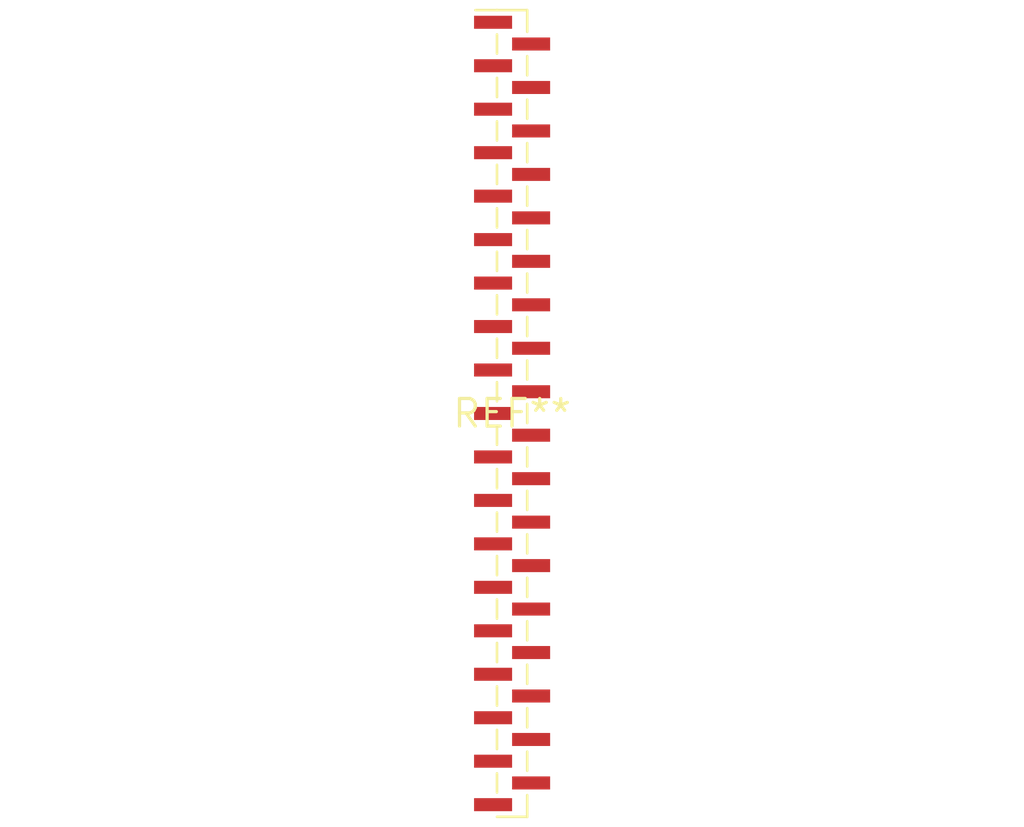
<source format=kicad_pcb>
(kicad_pcb (version 20240108) (generator pcbnew)
  (layers (0 "F.Cu" signal) (31 "B.Cu" signal) (34 "B.Paste" user) (35 "F.Paste" user) (36 "B.SilkS" user "B.Silkscreen") (37 "F.SilkS" user "F.Silkscreen") (38 "B.Mask" user) (39 "F.Mask" user) (44 "Edge.Cuts" user))
  (net 0 "")
  (footprint "PinHeader_1x37_P1.00mm_Vertical_SMD_Pin1Left" (layer "F.Cu") (at 0 0)
    (property "Reference" "REF**")
    (property "Value" "PinHeader_1x37_P1.00mm_Vertical_SMD_Pin1Left")
    (fp_line (start -0.695 -18.56) (end -1.69 -18.56) (layer "F.SilkS") (stroke (width 0.12)))
    (fp_line (start -0.695 -18.56) (end -0.695 -18.56) (layer "F.SilkS") (stroke (width 0.12)))
    (fp_line (start -0.695 -18.56) (end 0.695 -18.56) (layer "F.SilkS") (stroke (width 0.12)))
    (fp_line (start -0.695 -17.44) (end -0.695 -16.56) (layer "F.SilkS") (stroke (width 0.12)))
    (fp_line (start -0.695 -15.44) (end -0.695 -14.56) (layer "F.SilkS") (stroke (width 0.12)))
    (fp_line (start -0.695 -13.44) (end -0.695 -12.56) (layer "F.SilkS") (stroke (width 0.12)))
    (fp_line (start -0.695 -11.44) (end -0.695 -10.56) (layer "F.SilkS") (stroke (width 0.12)))
    (fp_line (start -0.695 -9.44) (end -0.695 -8.56) (layer "F.SilkS") (stroke (width 0.12)))
    (fp_line (start -0.695 -7.44) (end -0.695 -6.56) (layer "F.SilkS") (stroke (width 0.12)))
    (fp_line (start -0.695 -5.44) (end -0.695 -4.56) (layer "F.SilkS") (stroke (width 0.12)))
    (fp_line (start -0.695 -3.44) (end -0.695 -2.56) (layer "F.SilkS") (stroke (width 0.12)))
    (fp_line (start -0.695 -1.44) (end -0.695 -0.56) (layer "F.SilkS") (stroke (width 0.12)))
    (fp_line (start -0.695 0.56) (end -0.695 1.44) (layer "F.SilkS") (stroke (width 0.12)))
    (fp_line (start -0.695 2.56) (end -0.695 3.44) (layer "F.SilkS") (stroke (width 0.12)))
    (fp_line (start -0.695 4.56) (end -0.695 5.44) (layer "F.SilkS") (stroke (width 0.12)))
    (fp_line (start -0.695 6.56) (end -0.695 7.44) (layer "F.SilkS") (stroke (width 0.12)))
    (fp_line (start -0.695 8.56) (end -0.695 9.44) (layer "F.SilkS") (stroke (width 0.12)))
    (fp_line (start -0.695 10.56) (end -0.695 11.44) (layer "F.SilkS") (stroke (width 0.12)))
    (fp_line (start -0.695 12.56) (end -0.695 13.44) (layer "F.SilkS") (stroke (width 0.12)))
    (fp_line (start -0.695 14.56) (end -0.695 15.44) (layer "F.SilkS") (stroke (width 0.12)))
    (fp_line (start -0.695 16.56) (end -0.695 17.44) (layer "F.SilkS") (stroke (width 0.12)))
    (fp_line (start -0.695 18.56) (end 0.695 18.56) (layer "F.SilkS") (stroke (width 0.12)))
    (fp_line (start 0.695 -18.56) (end 0.695 -17.56) (layer "F.SilkS") (stroke (width 0.12)))
    (fp_line (start 0.695 -16.44) (end 0.695 -15.56) (layer "F.SilkS") (stroke (width 0.12)))
    (fp_line (start 0.695 -14.44) (end 0.695 -13.56) (layer "F.SilkS") (stroke (width 0.12)))
    (fp_line (start 0.695 -12.44) (end 0.695 -11.56) (layer "F.SilkS") (stroke (width 0.12)))
    (fp_line (start 0.695 -10.44) (end 0.695 -9.56) (layer "F.SilkS") (stroke (width 0.12)))
    (fp_line (start 0.695 -8.44) (end 0.695 -7.56) (layer "F.SilkS") (stroke (width 0.12)))
    (fp_line (start 0.695 -6.44) (end 0.695 -5.56) (layer "F.SilkS") (stroke (width 0.12)))
    (fp_line (start 0.695 -4.44) (end 0.695 -3.56) (layer "F.SilkS") (stroke (width 0.12)))
    (fp_line (start 0.695 -2.44) (end 0.695 -1.56) (layer "F.SilkS") (stroke (width 0.12)))
    (fp_line (start 0.695 -0.44) (end 0.695 0.44) (layer "F.SilkS") (stroke (width 0.12)))
    (fp_line (start 0.695 1.56) (end 0.695 2.44) (layer "F.SilkS") (stroke (width 0.12)))
    (fp_line (start 0.695 3.56) (end 0.695 4.44) (layer "F.SilkS") (stroke (width 0.12)))
    (fp_line (start 0.695 5.56) (end 0.695 6.44) (layer "F.SilkS") (stroke (width 0.12)))
    (fp_line (start 0.695 7.56) (end 0.695 8.44) (layer "F.SilkS") (stroke (width 0.12)))
    (fp_line (start 0.695 9.56) (end 0.695 10.44) (layer "F.SilkS") (stroke (width 0.12)))
    (fp_line (start 0.695 11.56) (end 0.695 12.44) (layer "F.SilkS") (stroke (width 0.12)))
    (fp_line (start 0.695 13.56) (end 0.695 14.44) (layer "F.SilkS") (stroke (width 0.12)))
    (fp_line (start 0.695 15.56) (end 0.695 16.44) (layer "F.SilkS") (stroke (width 0.12)))
    (fp_line (start 0.695 17.56) (end 0.695 18.56) (layer "F.SilkS") (stroke (width 0.12)))
    (fp_line (start 0.695 18.56) (end 0.695 18.56) (layer "F.SilkS") (stroke (width 0.12)))
    (pad "1" smd rect (at -0.875 -18) (size 1.75 0.6) (layers "F.Cu" "F.Paste" "F.Mask"))
    (pad "2" smd rect (at 0.875 -17) (size 1.75 0.6) (layers "F.Cu" "F.Paste" "F.Mask"))
    (pad "3" smd rect (at -0.875 -16) (size 1.75 0.6) (layers "F.Cu" "F.Paste" "F.Mask"))
    (pad "4" smd rect (at 0.875 -15) (size 1.75 0.6) (layers "F.Cu" "F.Paste" "F.Mask"))
    (pad "5" smd rect (at -0.875 -14) (size 1.75 0.6) (layers "F.Cu" "F.Paste" "F.Mask"))
    (pad "6" smd rect (at 0.875 -13) (size 1.75 0.6) (layers "F.Cu" "F.Paste" "F.Mask"))
    (pad "7" smd rect (at -0.875 -12) (size 1.75 0.6) (layers "F.Cu" "F.Paste" "F.Mask"))
    (pad "8" smd rect (at 0.875 -11) (size 1.75 0.6) (layers "F.Cu" "F.Paste" "F.Mask"))
    (pad "9" smd rect (at -0.875 -10) (size 1.75 0.6) (layers "F.Cu" "F.Paste" "F.Mask"))
    (pad "10" smd rect (at 0.875 -9) (size 1.75 0.6) (layers "F.Cu" "F.Paste" "F.Mask"))
    (pad "11" smd rect (at -0.875 -8) (size 1.75 0.6) (layers "F.Cu" "F.Paste" "F.Mask"))
    (pad "12" smd rect (at 0.875 -7) (size 1.75 0.6) (layers "F.Cu" "F.Paste" "F.Mask"))
    (pad "13" smd rect (at -0.875 -6) (size 1.75 0.6) (layers "F.Cu" "F.Paste" "F.Mask"))
    (pad "14" smd rect (at 0.875 -5) (size 1.75 0.6) (layers "F.Cu" "F.Paste" "F.Mask"))
    (pad "15" smd rect (at -0.875 -4) (size 1.75 0.6) (layers "F.Cu" "F.Paste" "F.Mask"))
    (pad "16" smd rect (at 0.875 -3) (size 1.75 0.6) (layers "F.Cu" "F.Paste" "F.Mask"))
    (pad "17" smd rect (at -0.875 -2) (size 1.75 0.6) (layers "F.Cu" "F.Paste" "F.Mask"))
    (pad "18" smd rect (at 0.875 -1) (size 1.75 0.6) (layers "F.Cu" "F.Paste" "F.Mask"))
    (pad "19" smd rect (at -0.875 0) (size 1.75 0.6) (layers "F.Cu" "F.Paste" "F.Mask"))
    (pad "20" smd rect (at 0.875 1) (size 1.75 0.6) (layers "F.Cu" "F.Paste" "F.Mask"))
    (pad "21" smd rect (at -0.875 2) (size 1.75 0.6) (layers "F.Cu" "F.Paste" "F.Mask"))
    (pad "22" smd rect (at 0.875 3) (size 1.75 0.6) (layers "F.Cu" "F.Paste" "F.Mask"))
    (pad "23" smd rect (at -0.875 4) (size 1.75 0.6) (layers "F.Cu" "F.Paste" "F.Mask"))
    (pad "24" smd rect (at 0.875 5) (size 1.75 0.6) (layers "F.Cu" "F.Paste" "F.Mask"))
    (pad "25" smd rect (at -0.875 6) (size 1.75 0.6) (layers "F.Cu" "F.Paste" "F.Mask"))
    (pad "26" smd rect (at 0.875 7) (size 1.75 0.6) (layers "F.Cu" "F.Paste" "F.Mask"))
    (pad "27" smd rect (at -0.875 8) (size 1.75 0.6) (layers "F.Cu" "F.Paste" "F.Mask"))
    (pad "28" smd rect (at 0.875 9) (size 1.75 0.6) (layers "F.Cu" "F.Paste" "F.Mask"))
    (pad "29" smd rect (at -0.875 10) (size 1.75 0.6) (layers "F.Cu" "F.Paste" "F.Mask"))
    (pad "30" smd rect (at 0.875 11) (size 1.75 0.6) (layers "F.Cu" "F.Paste" "F.Mask"))
    (pad "31" smd rect (at -0.875 12) (size 1.75 0.6) (layers "F.Cu" "F.Paste" "F.Mask"))
    (pad "32" smd rect (at 0.875 13) (size 1.75 0.6) (layers "F.Cu" "F.Paste" "F.Mask"))
    (pad "33" smd rect (at -0.875 14) (size 1.75 0.6) (layers "F.Cu" "F.Paste" "F.Mask"))
    (pad "34" smd rect (at 0.875 15) (size 1.75 0.6) (layers "F.Cu" "F.Paste" "F.Mask"))
    (pad "35" smd rect (at -0.875 16) (size 1.75 0.6) (layers "F.Cu" "F.Paste" "F.Mask"))
    (pad "36" smd rect (at 0.875 17) (size 1.75 0.6) (layers "F.Cu" "F.Paste" "F.Mask"))
    (pad "37" smd rect (at -0.875 18) (size 1.75 0.6) (layers "F.Cu" "F.Paste" "F.Mask"))
  )
)
</source>
